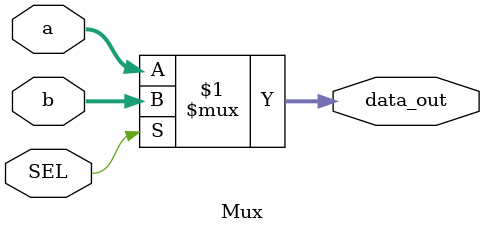
<source format=v>
module Mux(
  input [63:0] a, b,
  input SEL,
  output [63:0] data_out
);
  
  assign data_out = SEL ? b : a;
  
endmodule
</source>
